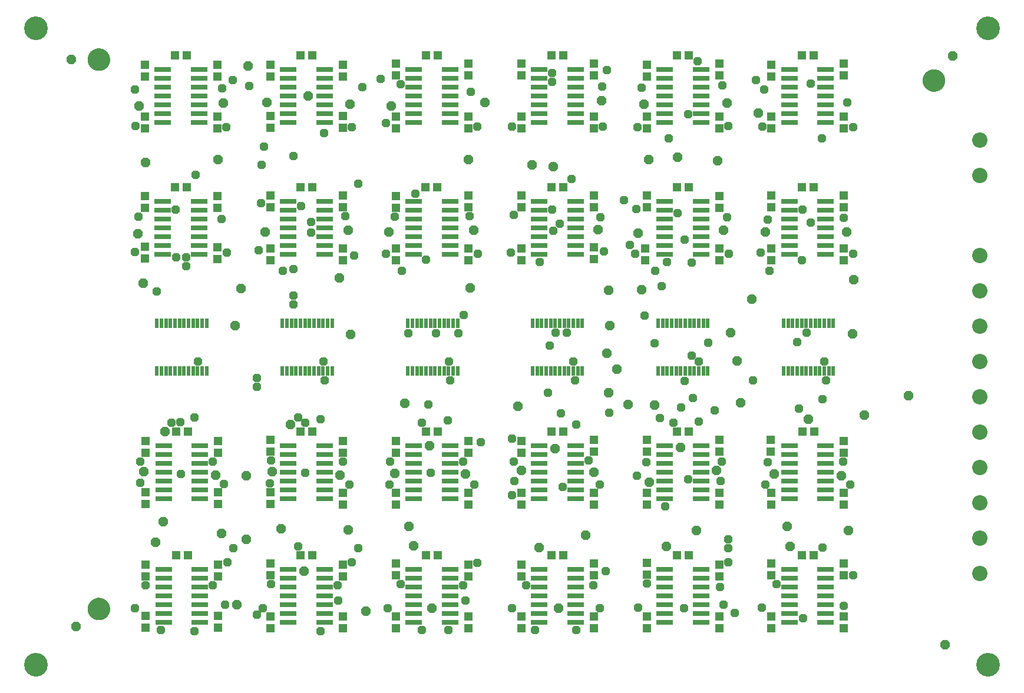
<source format=gbs>
G75*
%MOIN*%
%OFA0B0*%
%FSLAX25Y25*%
%IPPOS*%
%LPD*%
%AMOC8*
5,1,8,0,0,1.08239X$1,22.5*
%
%ADD10C,0.13398*%
%ADD11R,0.02375X0.05524*%
%ADD12C,0.08674*%
%ADD13R,0.09461X0.03162*%
%ADD14R,0.05131X0.04737*%
%ADD15C,0.08600*%
%ADD16C,0.04800*%
%ADD17OC8,0.05550*%
%ADD18OC8,0.04800*%
D10*
X0083225Y0065052D03*
X0621650Y0065052D03*
X0621650Y0425209D03*
X0083225Y0425209D03*
D11*
X0151524Y0258328D03*
X0154083Y0258328D03*
X0156643Y0258328D03*
X0159202Y0258328D03*
X0161761Y0258328D03*
X0164320Y0258328D03*
X0166879Y0258328D03*
X0169438Y0258328D03*
X0171997Y0258328D03*
X0174556Y0258328D03*
X0177115Y0258328D03*
X0179674Y0258328D03*
X0179674Y0231398D03*
X0177115Y0231398D03*
X0174556Y0231398D03*
X0171997Y0231398D03*
X0169438Y0231398D03*
X0166879Y0231398D03*
X0164320Y0231398D03*
X0161761Y0231398D03*
X0159202Y0231398D03*
X0156643Y0231398D03*
X0154083Y0231398D03*
X0151524Y0231398D03*
X0222524Y0231398D03*
X0225083Y0231398D03*
X0227643Y0231398D03*
X0230202Y0231398D03*
X0232761Y0231398D03*
X0235320Y0231398D03*
X0237879Y0231398D03*
X0240438Y0231398D03*
X0242997Y0231398D03*
X0245556Y0231398D03*
X0248115Y0231398D03*
X0250674Y0231398D03*
X0250674Y0258328D03*
X0248115Y0258328D03*
X0245556Y0258328D03*
X0242997Y0258328D03*
X0240438Y0258328D03*
X0237879Y0258328D03*
X0235320Y0258328D03*
X0232761Y0258328D03*
X0230202Y0258328D03*
X0227643Y0258328D03*
X0225083Y0258328D03*
X0222524Y0258328D03*
X0293524Y0258328D03*
X0296083Y0258328D03*
X0298643Y0258328D03*
X0301202Y0258328D03*
X0303761Y0258328D03*
X0306320Y0258328D03*
X0308879Y0258328D03*
X0311438Y0258328D03*
X0313997Y0258328D03*
X0316556Y0258328D03*
X0319115Y0258328D03*
X0321674Y0258328D03*
X0321674Y0231398D03*
X0319115Y0231398D03*
X0316556Y0231398D03*
X0313997Y0231398D03*
X0311438Y0231398D03*
X0308879Y0231398D03*
X0306320Y0231398D03*
X0303761Y0231398D03*
X0301202Y0231398D03*
X0298643Y0231398D03*
X0296083Y0231398D03*
X0293524Y0231398D03*
X0364024Y0231398D03*
X0366583Y0231398D03*
X0369143Y0231398D03*
X0371702Y0231398D03*
X0374261Y0231398D03*
X0376820Y0231398D03*
X0379379Y0231398D03*
X0381938Y0231398D03*
X0384497Y0231398D03*
X0387056Y0231398D03*
X0389615Y0231398D03*
X0392174Y0231398D03*
X0392174Y0258328D03*
X0389615Y0258328D03*
X0387056Y0258328D03*
X0384497Y0258328D03*
X0381938Y0258328D03*
X0379379Y0258328D03*
X0376820Y0258328D03*
X0374261Y0258328D03*
X0371702Y0258328D03*
X0369143Y0258328D03*
X0366583Y0258328D03*
X0364024Y0258328D03*
X0435024Y0258328D03*
X0437583Y0258328D03*
X0440143Y0258328D03*
X0442702Y0258328D03*
X0445261Y0258328D03*
X0447820Y0258328D03*
X0450379Y0258328D03*
X0452938Y0258328D03*
X0455497Y0258328D03*
X0458056Y0258328D03*
X0460615Y0258328D03*
X0463174Y0258328D03*
X0463174Y0231398D03*
X0460615Y0231398D03*
X0458056Y0231398D03*
X0455497Y0231398D03*
X0452938Y0231398D03*
X0450379Y0231398D03*
X0447820Y0231398D03*
X0445261Y0231398D03*
X0442702Y0231398D03*
X0440143Y0231398D03*
X0437583Y0231398D03*
X0435024Y0231398D03*
X0506024Y0231398D03*
X0508583Y0231398D03*
X0511143Y0231398D03*
X0513702Y0231398D03*
X0516261Y0231398D03*
X0518820Y0231398D03*
X0521379Y0231398D03*
X0523938Y0231398D03*
X0526497Y0231398D03*
X0529056Y0231398D03*
X0531615Y0231398D03*
X0534174Y0231398D03*
X0534174Y0258328D03*
X0531615Y0258328D03*
X0529056Y0258328D03*
X0526497Y0258328D03*
X0523938Y0258328D03*
X0521379Y0258328D03*
X0518820Y0258328D03*
X0516261Y0258328D03*
X0513702Y0258328D03*
X0511143Y0258328D03*
X0508583Y0258328D03*
X0506024Y0258328D03*
D12*
X0616964Y0256519D03*
X0616964Y0276519D03*
X0616964Y0296519D03*
X0617016Y0342058D03*
X0617016Y0362058D03*
X0616964Y0236519D03*
X0616964Y0216519D03*
X0616964Y0196519D03*
X0616964Y0176519D03*
X0616964Y0156519D03*
X0616964Y0136519D03*
X0616964Y0116519D03*
D13*
X0529835Y0118863D03*
X0529835Y0113863D03*
X0529835Y0108863D03*
X0529835Y0103863D03*
X0529835Y0098863D03*
X0529835Y0093863D03*
X0529835Y0088863D03*
X0509363Y0088863D03*
X0509363Y0093863D03*
X0509363Y0098863D03*
X0509363Y0103863D03*
X0509363Y0108863D03*
X0509363Y0113863D03*
X0509363Y0118863D03*
X0459335Y0118863D03*
X0459335Y0113863D03*
X0459335Y0108863D03*
X0459335Y0103863D03*
X0459335Y0098863D03*
X0459335Y0093863D03*
X0459335Y0088863D03*
X0438863Y0088863D03*
X0438863Y0093863D03*
X0438863Y0098863D03*
X0438863Y0103863D03*
X0438863Y0108863D03*
X0438863Y0113863D03*
X0438863Y0118863D03*
X0388335Y0118863D03*
X0388335Y0113863D03*
X0388335Y0108863D03*
X0388335Y0103863D03*
X0388335Y0098863D03*
X0388335Y0093863D03*
X0388335Y0088863D03*
X0367863Y0088863D03*
X0367863Y0093863D03*
X0367863Y0098863D03*
X0367863Y0103863D03*
X0367863Y0108863D03*
X0367863Y0113863D03*
X0367863Y0118863D03*
X0317335Y0118863D03*
X0317335Y0113863D03*
X0317335Y0108863D03*
X0317335Y0103863D03*
X0317335Y0098863D03*
X0317335Y0093863D03*
X0317335Y0088863D03*
X0296863Y0088863D03*
X0296863Y0093863D03*
X0296863Y0098863D03*
X0296863Y0103863D03*
X0296863Y0108863D03*
X0296863Y0113863D03*
X0296863Y0118863D03*
X0246335Y0118863D03*
X0246335Y0113863D03*
X0246335Y0108863D03*
X0246335Y0103863D03*
X0246335Y0098863D03*
X0246335Y0093863D03*
X0246335Y0088863D03*
X0225863Y0088863D03*
X0225863Y0093863D03*
X0225863Y0098863D03*
X0225863Y0103863D03*
X0225863Y0108863D03*
X0225863Y0113863D03*
X0225863Y0118863D03*
X0175835Y0118863D03*
X0175835Y0113863D03*
X0175835Y0108863D03*
X0175835Y0103863D03*
X0175835Y0098863D03*
X0175835Y0093863D03*
X0175835Y0088863D03*
X0155363Y0088863D03*
X0155363Y0093863D03*
X0155363Y0098863D03*
X0155363Y0103863D03*
X0155363Y0108863D03*
X0155363Y0113863D03*
X0155363Y0118863D03*
X0155363Y0158863D03*
X0155363Y0163863D03*
X0155363Y0168863D03*
X0155363Y0173863D03*
X0155363Y0178863D03*
X0155363Y0183863D03*
X0155363Y0188863D03*
X0175835Y0188863D03*
X0175835Y0183863D03*
X0175835Y0178863D03*
X0175835Y0173863D03*
X0175835Y0168863D03*
X0175835Y0163863D03*
X0175835Y0158863D03*
X0225863Y0158863D03*
X0225863Y0163863D03*
X0225863Y0168863D03*
X0225863Y0173863D03*
X0225863Y0178863D03*
X0225863Y0183863D03*
X0225863Y0188863D03*
X0246335Y0188863D03*
X0246335Y0183863D03*
X0246335Y0178863D03*
X0246335Y0173863D03*
X0246335Y0168863D03*
X0246335Y0163863D03*
X0246335Y0158863D03*
X0296863Y0158863D03*
X0296863Y0163863D03*
X0296863Y0168863D03*
X0296863Y0173863D03*
X0296863Y0178863D03*
X0296863Y0183863D03*
X0296863Y0188863D03*
X0317335Y0188863D03*
X0317335Y0183863D03*
X0317335Y0178863D03*
X0317335Y0173863D03*
X0317335Y0168863D03*
X0317335Y0163863D03*
X0317335Y0158863D03*
X0367863Y0158863D03*
X0367863Y0163863D03*
X0367863Y0168863D03*
X0367863Y0173863D03*
X0367863Y0178863D03*
X0367863Y0183863D03*
X0367863Y0188863D03*
X0388335Y0188863D03*
X0388335Y0183863D03*
X0388335Y0178863D03*
X0388335Y0173863D03*
X0388335Y0168863D03*
X0388335Y0163863D03*
X0388335Y0158863D03*
X0438863Y0158863D03*
X0438863Y0163863D03*
X0438863Y0168863D03*
X0438863Y0173863D03*
X0438863Y0178863D03*
X0438863Y0183863D03*
X0438863Y0188863D03*
X0459335Y0188863D03*
X0459335Y0183863D03*
X0459335Y0178863D03*
X0459335Y0173863D03*
X0459335Y0168863D03*
X0459335Y0163863D03*
X0459335Y0158863D03*
X0509363Y0158863D03*
X0509363Y0163863D03*
X0509363Y0168863D03*
X0509363Y0173863D03*
X0509363Y0178863D03*
X0509363Y0183863D03*
X0509363Y0188863D03*
X0529835Y0188863D03*
X0529835Y0183863D03*
X0529835Y0178863D03*
X0529835Y0173863D03*
X0529835Y0168863D03*
X0529835Y0163863D03*
X0529835Y0158863D03*
X0529835Y0297363D03*
X0529835Y0302363D03*
X0529835Y0307363D03*
X0529835Y0312363D03*
X0529835Y0317363D03*
X0529835Y0322363D03*
X0529835Y0327363D03*
X0509363Y0327363D03*
X0509363Y0322363D03*
X0509363Y0317363D03*
X0509363Y0312363D03*
X0509363Y0307363D03*
X0509363Y0302363D03*
X0509363Y0297363D03*
X0459335Y0297363D03*
X0459335Y0302363D03*
X0459335Y0307363D03*
X0459335Y0312363D03*
X0459335Y0317363D03*
X0459335Y0322363D03*
X0459335Y0327363D03*
X0438863Y0327363D03*
X0438863Y0322363D03*
X0438863Y0317363D03*
X0438863Y0312363D03*
X0438863Y0307363D03*
X0438863Y0302363D03*
X0438863Y0297363D03*
X0388335Y0297363D03*
X0388335Y0302363D03*
X0388335Y0307363D03*
X0388335Y0312363D03*
X0388335Y0317363D03*
X0388335Y0322363D03*
X0388335Y0327363D03*
X0367863Y0327363D03*
X0367863Y0322363D03*
X0367863Y0317363D03*
X0367863Y0312363D03*
X0367863Y0307363D03*
X0367863Y0302363D03*
X0367863Y0297363D03*
X0317335Y0297363D03*
X0317335Y0302363D03*
X0317335Y0307363D03*
X0317335Y0312363D03*
X0317335Y0317363D03*
X0317335Y0322363D03*
X0317335Y0327363D03*
X0296863Y0327363D03*
X0296863Y0322363D03*
X0296863Y0317363D03*
X0296863Y0312363D03*
X0296863Y0307363D03*
X0296863Y0302363D03*
X0296863Y0297363D03*
X0246335Y0297363D03*
X0246335Y0302363D03*
X0246335Y0307363D03*
X0246335Y0312363D03*
X0246335Y0317363D03*
X0246335Y0322363D03*
X0246335Y0327363D03*
X0225863Y0327363D03*
X0225863Y0322363D03*
X0225863Y0317363D03*
X0225863Y0312363D03*
X0225863Y0307363D03*
X0225863Y0302363D03*
X0225863Y0297363D03*
X0175335Y0297363D03*
X0175335Y0302363D03*
X0175335Y0307363D03*
X0175335Y0312363D03*
X0175335Y0317363D03*
X0175335Y0322363D03*
X0175335Y0327363D03*
X0154863Y0327363D03*
X0154863Y0322363D03*
X0154863Y0317363D03*
X0154863Y0312363D03*
X0154863Y0307363D03*
X0154863Y0302363D03*
X0154863Y0297363D03*
X0154863Y0371863D03*
X0154863Y0376863D03*
X0154863Y0381863D03*
X0154863Y0386863D03*
X0154863Y0391863D03*
X0154863Y0396863D03*
X0154863Y0401863D03*
X0175335Y0401863D03*
X0175335Y0396863D03*
X0175335Y0391863D03*
X0175335Y0386863D03*
X0175335Y0381863D03*
X0175335Y0376863D03*
X0175335Y0371863D03*
X0225863Y0371863D03*
X0225863Y0376863D03*
X0225863Y0381863D03*
X0225863Y0386863D03*
X0225863Y0391863D03*
X0225863Y0396863D03*
X0225863Y0401863D03*
X0246335Y0401863D03*
X0246335Y0396863D03*
X0246335Y0391863D03*
X0246335Y0386863D03*
X0246335Y0381863D03*
X0246335Y0376863D03*
X0246335Y0371863D03*
X0296863Y0371863D03*
X0296863Y0376863D03*
X0296863Y0381863D03*
X0296863Y0386863D03*
X0296863Y0391863D03*
X0296863Y0396863D03*
X0296863Y0401863D03*
X0317335Y0401863D03*
X0317335Y0396863D03*
X0317335Y0391863D03*
X0317335Y0386863D03*
X0317335Y0381863D03*
X0317335Y0376863D03*
X0317335Y0371863D03*
X0367863Y0371863D03*
X0367863Y0376863D03*
X0367863Y0381863D03*
X0367863Y0386863D03*
X0367863Y0391863D03*
X0367863Y0396863D03*
X0367863Y0401863D03*
X0388335Y0401863D03*
X0388335Y0396863D03*
X0388335Y0391863D03*
X0388335Y0386863D03*
X0388335Y0381863D03*
X0388335Y0376863D03*
X0388335Y0371863D03*
X0438863Y0371863D03*
X0438863Y0376863D03*
X0438863Y0381863D03*
X0438863Y0386863D03*
X0438863Y0391863D03*
X0438863Y0396863D03*
X0438863Y0401863D03*
X0459335Y0401863D03*
X0459335Y0396863D03*
X0459335Y0391863D03*
X0459335Y0386863D03*
X0459335Y0381863D03*
X0459335Y0376863D03*
X0459335Y0371863D03*
X0509363Y0371863D03*
X0509363Y0376863D03*
X0509363Y0381863D03*
X0509363Y0386863D03*
X0509363Y0391863D03*
X0509363Y0396863D03*
X0509363Y0401863D03*
X0529835Y0401863D03*
X0529835Y0396863D03*
X0529835Y0391863D03*
X0529835Y0386863D03*
X0529835Y0381863D03*
X0529835Y0376863D03*
X0529835Y0371863D03*
D14*
X0540099Y0375209D03*
X0540099Y0368517D03*
X0499099Y0368517D03*
X0499099Y0375209D03*
X0499099Y0398017D03*
X0499099Y0404709D03*
X0516253Y0409863D03*
X0522946Y0409863D03*
X0540099Y0405209D03*
X0540099Y0398517D03*
X0469599Y0398517D03*
X0469599Y0405209D03*
X0452446Y0409863D03*
X0445753Y0409863D03*
X0428599Y0404709D03*
X0428599Y0398017D03*
X0398599Y0398517D03*
X0398599Y0405209D03*
X0381446Y0409863D03*
X0374753Y0409863D03*
X0357599Y0405209D03*
X0357599Y0398517D03*
X0327599Y0398517D03*
X0327599Y0405209D03*
X0310446Y0409863D03*
X0303753Y0409863D03*
X0286599Y0405209D03*
X0286599Y0398517D03*
X0256599Y0398017D03*
X0256599Y0404709D03*
X0239446Y0409863D03*
X0232753Y0409863D03*
X0215599Y0404709D03*
X0215599Y0398017D03*
X0185599Y0398017D03*
X0185599Y0404709D03*
X0168446Y0409863D03*
X0161753Y0409863D03*
X0144599Y0404709D03*
X0144599Y0398017D03*
X0144599Y0375209D03*
X0144599Y0368517D03*
X0185599Y0368517D03*
X0185599Y0375209D03*
X0215599Y0375709D03*
X0215599Y0369017D03*
X0256599Y0369017D03*
X0256599Y0375709D03*
X0286599Y0375209D03*
X0286599Y0368517D03*
X0327599Y0368517D03*
X0327599Y0375209D03*
X0357599Y0375209D03*
X0357599Y0368517D03*
X0398599Y0368517D03*
X0398599Y0375209D03*
X0428599Y0375209D03*
X0428599Y0368517D03*
X0469599Y0368517D03*
X0469599Y0375209D03*
X0452446Y0335363D03*
X0445753Y0335363D03*
X0428599Y0330709D03*
X0428599Y0324017D03*
X0398599Y0324017D03*
X0398599Y0330709D03*
X0381446Y0335363D03*
X0374753Y0335363D03*
X0357599Y0330709D03*
X0357599Y0324017D03*
X0327599Y0324017D03*
X0327599Y0330709D03*
X0309946Y0335363D03*
X0303253Y0335363D03*
X0286599Y0330209D03*
X0286599Y0323517D03*
X0256599Y0324017D03*
X0256599Y0330709D03*
X0239446Y0335363D03*
X0232753Y0335363D03*
X0215599Y0330709D03*
X0215599Y0324017D03*
X0185599Y0323517D03*
X0185599Y0330209D03*
X0168446Y0335363D03*
X0161753Y0335363D03*
X0144599Y0330209D03*
X0144599Y0323517D03*
X0144599Y0301709D03*
X0144599Y0295017D03*
X0185599Y0294517D03*
X0185599Y0301209D03*
X0215599Y0300709D03*
X0215599Y0294017D03*
X0256599Y0294017D03*
X0256599Y0300709D03*
X0286599Y0300709D03*
X0286599Y0294017D03*
X0327599Y0294017D03*
X0327599Y0300709D03*
X0357599Y0300709D03*
X0357599Y0294017D03*
X0398599Y0294517D03*
X0398599Y0301209D03*
X0427599Y0300709D03*
X0427599Y0294017D03*
X0469599Y0294017D03*
X0469599Y0300709D03*
X0469599Y0323517D03*
X0469599Y0330209D03*
X0499099Y0330709D03*
X0499099Y0324017D03*
X0516253Y0335363D03*
X0522946Y0335363D03*
X0540099Y0330709D03*
X0540099Y0324017D03*
X0540099Y0300709D03*
X0540099Y0294017D03*
X0499099Y0294017D03*
X0499099Y0300709D03*
X0516753Y0196863D03*
X0523446Y0196863D03*
X0540099Y0191709D03*
X0540099Y0185017D03*
X0540099Y0162209D03*
X0540099Y0155517D03*
X0499099Y0155517D03*
X0499099Y0162209D03*
X0498599Y0185517D03*
X0498599Y0192209D03*
X0469599Y0192209D03*
X0469599Y0185517D03*
X0452446Y0196863D03*
X0445753Y0196863D03*
X0428599Y0192209D03*
X0428599Y0185517D03*
X0398599Y0185517D03*
X0398599Y0192209D03*
X0381446Y0196863D03*
X0374753Y0196863D03*
X0357599Y0191709D03*
X0357599Y0185017D03*
X0327599Y0185017D03*
X0327599Y0191709D03*
X0310446Y0196863D03*
X0303753Y0196863D03*
X0286599Y0191709D03*
X0286599Y0185017D03*
X0256599Y0185017D03*
X0256599Y0191709D03*
X0239446Y0196863D03*
X0232753Y0196863D03*
X0215599Y0192209D03*
X0215599Y0185517D03*
X0186099Y0185017D03*
X0186099Y0191709D03*
X0168946Y0196863D03*
X0162253Y0196863D03*
X0145099Y0191709D03*
X0145099Y0185017D03*
X0145099Y0162709D03*
X0145099Y0156017D03*
X0186099Y0156017D03*
X0186099Y0162709D03*
X0215599Y0162709D03*
X0215599Y0156017D03*
X0256599Y0155517D03*
X0256599Y0162209D03*
X0286599Y0162209D03*
X0286599Y0155517D03*
X0327599Y0155517D03*
X0327599Y0162209D03*
X0357599Y0162209D03*
X0357599Y0155517D03*
X0398599Y0155517D03*
X0398599Y0162209D03*
X0428599Y0162209D03*
X0428599Y0155517D03*
X0469599Y0155517D03*
X0469599Y0162209D03*
X0452446Y0126863D03*
X0445753Y0126863D03*
X0428599Y0122709D03*
X0428599Y0116017D03*
X0398599Y0115517D03*
X0398599Y0122209D03*
X0381446Y0126863D03*
X0374753Y0126863D03*
X0357599Y0121709D03*
X0357599Y0115017D03*
X0327599Y0115017D03*
X0327599Y0121709D03*
X0310446Y0126863D03*
X0303753Y0126863D03*
X0286599Y0122209D03*
X0286599Y0115517D03*
X0256599Y0115017D03*
X0256599Y0121709D03*
X0239446Y0126863D03*
X0232753Y0126863D03*
X0215599Y0122209D03*
X0215599Y0115517D03*
X0186099Y0115017D03*
X0186099Y0121709D03*
X0168946Y0126863D03*
X0162253Y0126863D03*
X0145099Y0121709D03*
X0145099Y0115017D03*
X0145099Y0092709D03*
X0145099Y0086017D03*
X0186099Y0086017D03*
X0186099Y0092709D03*
X0215599Y0092209D03*
X0215599Y0085517D03*
X0256599Y0085517D03*
X0256599Y0092209D03*
X0286599Y0092209D03*
X0286599Y0085517D03*
X0327599Y0085517D03*
X0327599Y0092209D03*
X0357599Y0092209D03*
X0357599Y0085517D03*
X0398599Y0085517D03*
X0398599Y0092209D03*
X0428599Y0092209D03*
X0428599Y0085517D03*
X0469599Y0085517D03*
X0469599Y0092209D03*
X0469599Y0115017D03*
X0469599Y0121709D03*
X0499099Y0122209D03*
X0499099Y0115517D03*
X0516253Y0126863D03*
X0522946Y0126863D03*
X0540099Y0122209D03*
X0540099Y0115517D03*
X0540099Y0092209D03*
X0540099Y0085517D03*
X0499099Y0085517D03*
X0499099Y0092209D03*
D15*
X0116689Y0096548D02*
X0116691Y0096636D01*
X0116697Y0096724D01*
X0116707Y0096812D01*
X0116721Y0096900D01*
X0116738Y0096986D01*
X0116760Y0097072D01*
X0116785Y0097156D01*
X0116815Y0097240D01*
X0116847Y0097322D01*
X0116884Y0097402D01*
X0116924Y0097481D01*
X0116968Y0097558D01*
X0117015Y0097633D01*
X0117065Y0097705D01*
X0117119Y0097776D01*
X0117175Y0097843D01*
X0117235Y0097909D01*
X0117297Y0097971D01*
X0117363Y0098031D01*
X0117430Y0098087D01*
X0117501Y0098141D01*
X0117573Y0098191D01*
X0117648Y0098238D01*
X0117725Y0098282D01*
X0117804Y0098322D01*
X0117884Y0098359D01*
X0117966Y0098391D01*
X0118050Y0098421D01*
X0118134Y0098446D01*
X0118220Y0098468D01*
X0118306Y0098485D01*
X0118394Y0098499D01*
X0118482Y0098509D01*
X0118570Y0098515D01*
X0118658Y0098517D01*
X0118746Y0098515D01*
X0118834Y0098509D01*
X0118922Y0098499D01*
X0119010Y0098485D01*
X0119096Y0098468D01*
X0119182Y0098446D01*
X0119266Y0098421D01*
X0119350Y0098391D01*
X0119432Y0098359D01*
X0119512Y0098322D01*
X0119591Y0098282D01*
X0119668Y0098238D01*
X0119743Y0098191D01*
X0119815Y0098141D01*
X0119886Y0098087D01*
X0119953Y0098031D01*
X0120019Y0097971D01*
X0120081Y0097909D01*
X0120141Y0097843D01*
X0120197Y0097776D01*
X0120251Y0097705D01*
X0120301Y0097633D01*
X0120348Y0097558D01*
X0120392Y0097481D01*
X0120432Y0097402D01*
X0120469Y0097322D01*
X0120501Y0097240D01*
X0120531Y0097156D01*
X0120556Y0097072D01*
X0120578Y0096986D01*
X0120595Y0096900D01*
X0120609Y0096812D01*
X0120619Y0096724D01*
X0120625Y0096636D01*
X0120627Y0096548D01*
X0120625Y0096460D01*
X0120619Y0096372D01*
X0120609Y0096284D01*
X0120595Y0096196D01*
X0120578Y0096110D01*
X0120556Y0096024D01*
X0120531Y0095940D01*
X0120501Y0095856D01*
X0120469Y0095774D01*
X0120432Y0095694D01*
X0120392Y0095615D01*
X0120348Y0095538D01*
X0120301Y0095463D01*
X0120251Y0095391D01*
X0120197Y0095320D01*
X0120141Y0095253D01*
X0120081Y0095187D01*
X0120019Y0095125D01*
X0119953Y0095065D01*
X0119886Y0095009D01*
X0119815Y0094955D01*
X0119743Y0094905D01*
X0119668Y0094858D01*
X0119591Y0094814D01*
X0119512Y0094774D01*
X0119432Y0094737D01*
X0119350Y0094705D01*
X0119266Y0094675D01*
X0119182Y0094650D01*
X0119096Y0094628D01*
X0119010Y0094611D01*
X0118922Y0094597D01*
X0118834Y0094587D01*
X0118746Y0094581D01*
X0118658Y0094579D01*
X0118570Y0094581D01*
X0118482Y0094587D01*
X0118394Y0094597D01*
X0118306Y0094611D01*
X0118220Y0094628D01*
X0118134Y0094650D01*
X0118050Y0094675D01*
X0117966Y0094705D01*
X0117884Y0094737D01*
X0117804Y0094774D01*
X0117725Y0094814D01*
X0117648Y0094858D01*
X0117573Y0094905D01*
X0117501Y0094955D01*
X0117430Y0095009D01*
X0117363Y0095065D01*
X0117297Y0095125D01*
X0117235Y0095187D01*
X0117175Y0095253D01*
X0117119Y0095320D01*
X0117065Y0095391D01*
X0117015Y0095463D01*
X0116968Y0095538D01*
X0116924Y0095615D01*
X0116884Y0095694D01*
X0116847Y0095774D01*
X0116815Y0095856D01*
X0116785Y0095940D01*
X0116760Y0096024D01*
X0116738Y0096110D01*
X0116721Y0096196D01*
X0116707Y0096284D01*
X0116697Y0096372D01*
X0116691Y0096460D01*
X0116689Y0096548D01*
X0116689Y0407572D02*
X0116691Y0407660D01*
X0116697Y0407748D01*
X0116707Y0407836D01*
X0116721Y0407924D01*
X0116738Y0408010D01*
X0116760Y0408096D01*
X0116785Y0408180D01*
X0116815Y0408264D01*
X0116847Y0408346D01*
X0116884Y0408426D01*
X0116924Y0408505D01*
X0116968Y0408582D01*
X0117015Y0408657D01*
X0117065Y0408729D01*
X0117119Y0408800D01*
X0117175Y0408867D01*
X0117235Y0408933D01*
X0117297Y0408995D01*
X0117363Y0409055D01*
X0117430Y0409111D01*
X0117501Y0409165D01*
X0117573Y0409215D01*
X0117648Y0409262D01*
X0117725Y0409306D01*
X0117804Y0409346D01*
X0117884Y0409383D01*
X0117966Y0409415D01*
X0118050Y0409445D01*
X0118134Y0409470D01*
X0118220Y0409492D01*
X0118306Y0409509D01*
X0118394Y0409523D01*
X0118482Y0409533D01*
X0118570Y0409539D01*
X0118658Y0409541D01*
X0118746Y0409539D01*
X0118834Y0409533D01*
X0118922Y0409523D01*
X0119010Y0409509D01*
X0119096Y0409492D01*
X0119182Y0409470D01*
X0119266Y0409445D01*
X0119350Y0409415D01*
X0119432Y0409383D01*
X0119512Y0409346D01*
X0119591Y0409306D01*
X0119668Y0409262D01*
X0119743Y0409215D01*
X0119815Y0409165D01*
X0119886Y0409111D01*
X0119953Y0409055D01*
X0120019Y0408995D01*
X0120081Y0408933D01*
X0120141Y0408867D01*
X0120197Y0408800D01*
X0120251Y0408729D01*
X0120301Y0408657D01*
X0120348Y0408582D01*
X0120392Y0408505D01*
X0120432Y0408426D01*
X0120469Y0408346D01*
X0120501Y0408264D01*
X0120531Y0408180D01*
X0120556Y0408096D01*
X0120578Y0408010D01*
X0120595Y0407924D01*
X0120609Y0407836D01*
X0120619Y0407748D01*
X0120625Y0407660D01*
X0120627Y0407572D01*
X0120625Y0407484D01*
X0120619Y0407396D01*
X0120609Y0407308D01*
X0120595Y0407220D01*
X0120578Y0407134D01*
X0120556Y0407048D01*
X0120531Y0406964D01*
X0120501Y0406880D01*
X0120469Y0406798D01*
X0120432Y0406718D01*
X0120392Y0406639D01*
X0120348Y0406562D01*
X0120301Y0406487D01*
X0120251Y0406415D01*
X0120197Y0406344D01*
X0120141Y0406277D01*
X0120081Y0406211D01*
X0120019Y0406149D01*
X0119953Y0406089D01*
X0119886Y0406033D01*
X0119815Y0405979D01*
X0119743Y0405929D01*
X0119668Y0405882D01*
X0119591Y0405838D01*
X0119512Y0405798D01*
X0119432Y0405761D01*
X0119350Y0405729D01*
X0119266Y0405699D01*
X0119182Y0405674D01*
X0119096Y0405652D01*
X0119010Y0405635D01*
X0118922Y0405621D01*
X0118834Y0405611D01*
X0118746Y0405605D01*
X0118658Y0405603D01*
X0118570Y0405605D01*
X0118482Y0405611D01*
X0118394Y0405621D01*
X0118306Y0405635D01*
X0118220Y0405652D01*
X0118134Y0405674D01*
X0118050Y0405699D01*
X0117966Y0405729D01*
X0117884Y0405761D01*
X0117804Y0405798D01*
X0117725Y0405838D01*
X0117648Y0405882D01*
X0117573Y0405929D01*
X0117501Y0405979D01*
X0117430Y0406033D01*
X0117363Y0406089D01*
X0117297Y0406149D01*
X0117235Y0406211D01*
X0117175Y0406277D01*
X0117119Y0406344D01*
X0117065Y0406415D01*
X0117015Y0406487D01*
X0116968Y0406562D01*
X0116924Y0406639D01*
X0116884Y0406718D01*
X0116847Y0406798D01*
X0116815Y0406880D01*
X0116785Y0406964D01*
X0116760Y0407048D01*
X0116738Y0407134D01*
X0116721Y0407220D01*
X0116707Y0407308D01*
X0116697Y0407396D01*
X0116691Y0407484D01*
X0116689Y0407572D01*
X0589130Y0395761D02*
X0589132Y0395849D01*
X0589138Y0395937D01*
X0589148Y0396025D01*
X0589162Y0396113D01*
X0589179Y0396199D01*
X0589201Y0396285D01*
X0589226Y0396369D01*
X0589256Y0396453D01*
X0589288Y0396535D01*
X0589325Y0396615D01*
X0589365Y0396694D01*
X0589409Y0396771D01*
X0589456Y0396846D01*
X0589506Y0396918D01*
X0589560Y0396989D01*
X0589616Y0397056D01*
X0589676Y0397122D01*
X0589738Y0397184D01*
X0589804Y0397244D01*
X0589871Y0397300D01*
X0589942Y0397354D01*
X0590014Y0397404D01*
X0590089Y0397451D01*
X0590166Y0397495D01*
X0590245Y0397535D01*
X0590325Y0397572D01*
X0590407Y0397604D01*
X0590491Y0397634D01*
X0590575Y0397659D01*
X0590661Y0397681D01*
X0590747Y0397698D01*
X0590835Y0397712D01*
X0590923Y0397722D01*
X0591011Y0397728D01*
X0591099Y0397730D01*
X0591187Y0397728D01*
X0591275Y0397722D01*
X0591363Y0397712D01*
X0591451Y0397698D01*
X0591537Y0397681D01*
X0591623Y0397659D01*
X0591707Y0397634D01*
X0591791Y0397604D01*
X0591873Y0397572D01*
X0591953Y0397535D01*
X0592032Y0397495D01*
X0592109Y0397451D01*
X0592184Y0397404D01*
X0592256Y0397354D01*
X0592327Y0397300D01*
X0592394Y0397244D01*
X0592460Y0397184D01*
X0592522Y0397122D01*
X0592582Y0397056D01*
X0592638Y0396989D01*
X0592692Y0396918D01*
X0592742Y0396846D01*
X0592789Y0396771D01*
X0592833Y0396694D01*
X0592873Y0396615D01*
X0592910Y0396535D01*
X0592942Y0396453D01*
X0592972Y0396369D01*
X0592997Y0396285D01*
X0593019Y0396199D01*
X0593036Y0396113D01*
X0593050Y0396025D01*
X0593060Y0395937D01*
X0593066Y0395849D01*
X0593068Y0395761D01*
X0593066Y0395673D01*
X0593060Y0395585D01*
X0593050Y0395497D01*
X0593036Y0395409D01*
X0593019Y0395323D01*
X0592997Y0395237D01*
X0592972Y0395153D01*
X0592942Y0395069D01*
X0592910Y0394987D01*
X0592873Y0394907D01*
X0592833Y0394828D01*
X0592789Y0394751D01*
X0592742Y0394676D01*
X0592692Y0394604D01*
X0592638Y0394533D01*
X0592582Y0394466D01*
X0592522Y0394400D01*
X0592460Y0394338D01*
X0592394Y0394278D01*
X0592327Y0394222D01*
X0592256Y0394168D01*
X0592184Y0394118D01*
X0592109Y0394071D01*
X0592032Y0394027D01*
X0591953Y0393987D01*
X0591873Y0393950D01*
X0591791Y0393918D01*
X0591707Y0393888D01*
X0591623Y0393863D01*
X0591537Y0393841D01*
X0591451Y0393824D01*
X0591363Y0393810D01*
X0591275Y0393800D01*
X0591187Y0393794D01*
X0591099Y0393792D01*
X0591011Y0393794D01*
X0590923Y0393800D01*
X0590835Y0393810D01*
X0590747Y0393824D01*
X0590661Y0393841D01*
X0590575Y0393863D01*
X0590491Y0393888D01*
X0590407Y0393918D01*
X0590325Y0393950D01*
X0590245Y0393987D01*
X0590166Y0394027D01*
X0590089Y0394071D01*
X0590014Y0394118D01*
X0589942Y0394168D01*
X0589871Y0394222D01*
X0589804Y0394278D01*
X0589738Y0394338D01*
X0589676Y0394400D01*
X0589616Y0394466D01*
X0589560Y0394533D01*
X0589506Y0394604D01*
X0589456Y0394676D01*
X0589409Y0394751D01*
X0589365Y0394828D01*
X0589325Y0394907D01*
X0589288Y0394987D01*
X0589256Y0395069D01*
X0589226Y0395153D01*
X0589201Y0395237D01*
X0589179Y0395323D01*
X0589162Y0395409D01*
X0589148Y0395497D01*
X0589138Y0395585D01*
X0589132Y0395673D01*
X0589130Y0395761D01*
D16*
X0591099Y0395761D03*
X0118658Y0407572D03*
X0118658Y0096548D03*
D17*
X0105614Y0086841D03*
X0150599Y0134363D03*
X0155099Y0145863D03*
X0188099Y0139363D03*
X0202099Y0135863D03*
X0221599Y0141863D03*
X0259599Y0141363D03*
X0234599Y0117863D03*
X0269599Y0095363D03*
X0307099Y0096863D03*
X0296599Y0132363D03*
X0294099Y0143363D03*
X0286099Y0173363D03*
X0305599Y0188863D03*
X0326099Y0172863D03*
X0357599Y0174863D03*
X0376599Y0187363D03*
X0398599Y0173863D03*
X0430099Y0168363D03*
X0447599Y0187863D03*
X0468099Y0174863D03*
X0500599Y0172863D03*
X0538599Y0171863D03*
X0508099Y0143363D03*
X0509599Y0131863D03*
X0542599Y0140863D03*
X0456599Y0140863D03*
X0439599Y0131863D03*
X0394099Y0138363D03*
X0367599Y0131363D03*
X0378599Y0096863D03*
X0255099Y0172363D03*
X0216599Y0174363D03*
X0202099Y0171863D03*
X0184599Y0172363D03*
X0156099Y0196863D03*
X0144099Y0174363D03*
X0227099Y0200863D03*
X0291599Y0212863D03*
X0261099Y0251863D03*
X0254599Y0283863D03*
X0282599Y0309863D03*
X0259599Y0310863D03*
X0212599Y0309863D03*
X0199099Y0277863D03*
X0195599Y0256863D03*
X0143599Y0280863D03*
X0140599Y0308863D03*
X0145099Y0349363D03*
X0186099Y0350863D03*
X0189099Y0382863D03*
X0213599Y0383363D03*
X0237099Y0386863D03*
X0260599Y0382363D03*
X0284099Y0381363D03*
X0337099Y0383363D03*
X0327599Y0350863D03*
X0363599Y0347863D03*
X0375599Y0346863D03*
X0401099Y0311363D03*
X0423599Y0309363D03*
X0425599Y0277363D03*
X0407099Y0276863D03*
X0407599Y0256863D03*
X0406099Y0241363D03*
X0411599Y0232363D03*
X0407099Y0218863D03*
X0418099Y0212363D03*
X0433099Y0211863D03*
X0481599Y0213363D03*
X0479599Y0236863D03*
X0476099Y0252863D03*
X0488099Y0271863D03*
X0495599Y0309863D03*
X0472099Y0310863D03*
X0468599Y0350363D03*
X0446099Y0352363D03*
X0429599Y0350863D03*
X0427099Y0382363D03*
X0403099Y0384363D03*
X0474099Y0382863D03*
X0491599Y0377363D03*
X0541599Y0309863D03*
X0545599Y0282863D03*
X0545099Y0252363D03*
X0576699Y0217226D03*
X0551599Y0206363D03*
X0520099Y0203863D03*
X0355599Y0211363D03*
X0328599Y0278363D03*
X0330599Y0310863D03*
X0203099Y0403863D03*
X0141531Y0381485D03*
X0103202Y0407515D03*
X0196599Y0098863D03*
X0597378Y0076363D03*
X0601631Y0409548D03*
D18*
X0541899Y0383363D03*
X0545299Y0369363D03*
X0527699Y0362963D03*
X0493899Y0369763D03*
X0474799Y0369863D03*
X0451999Y0376563D03*
X0440999Y0362963D03*
X0423399Y0369463D03*
X0403799Y0369663D03*
X0403399Y0392363D03*
X0405999Y0401563D03*
X0425699Y0391663D03*
X0457499Y0406763D03*
X0471399Y0392863D03*
X0490399Y0395863D03*
X0495199Y0390663D03*
X0521399Y0393963D03*
X0415699Y0328063D03*
X0422699Y0322963D03*
X0402399Y0318363D03*
X0419199Y0302563D03*
X0422199Y0297763D03*
X0433399Y0288063D03*
X0440199Y0293163D03*
X0454199Y0292763D03*
X0450199Y0305563D03*
X0474999Y0297763D03*
X0493199Y0298263D03*
X0498199Y0288063D03*
X0516299Y0294063D03*
X0545499Y0297763D03*
X0539899Y0317863D03*
X0521399Y0315263D03*
X0516699Y0322663D03*
X0497199Y0317163D03*
X0473899Y0318363D03*
X0446199Y0320563D03*
X0404499Y0298963D03*
X0379399Y0314763D03*
X0375699Y0310563D03*
X0375199Y0322663D03*
X0353399Y0319663D03*
X0328399Y0318863D03*
X0332999Y0297763D03*
X0351699Y0298263D03*
X0368199Y0293163D03*
X0324899Y0263063D03*
X0322199Y0252563D03*
X0309299Y0252563D03*
X0293599Y0252563D03*
X0316599Y0236763D03*
X0317499Y0225963D03*
X0304899Y0212363D03*
X0301299Y0201863D03*
X0315999Y0203363D03*
X0334699Y0190963D03*
X0324799Y0180063D03*
X0331199Y0166863D03*
X0352399Y0160863D03*
X0353699Y0169063D03*
X0353399Y0180063D03*
X0352399Y0192863D03*
X0379899Y0207363D03*
X0388699Y0201163D03*
X0407499Y0207663D03*
X0387999Y0225963D03*
X0387099Y0236763D03*
X0373799Y0245763D03*
X0376899Y0252963D03*
X0383299Y0252963D03*
X0427299Y0262663D03*
X0432999Y0246963D03*
X0454199Y0239963D03*
X0458099Y0236763D03*
X0450199Y0225763D03*
X0454599Y0216063D03*
X0447999Y0210563D03*
X0443599Y0201863D03*
X0436099Y0204663D03*
X0458099Y0202563D03*
X0467199Y0209063D03*
X0488599Y0225963D03*
X0514599Y0209863D03*
X0527899Y0215263D03*
X0529999Y0225963D03*
X0529099Y0236763D03*
X0513799Y0247763D03*
X0518899Y0252963D03*
X0463399Y0247463D03*
X0437199Y0279263D03*
X0385999Y0339963D03*
X0352399Y0369563D03*
X0332799Y0369563D03*
X0328899Y0389363D03*
X0289499Y0393563D03*
X0278199Y0396663D03*
X0267599Y0391863D03*
X0281199Y0371763D03*
X0261799Y0369463D03*
X0246199Y0365963D03*
X0228599Y0352863D03*
X0212199Y0358263D03*
X0210699Y0348163D03*
X0190799Y0369263D03*
X0188399Y0391363D03*
X0194299Y0395863D03*
X0203699Y0392663D03*
X0139199Y0390663D03*
X0139399Y0369963D03*
X0173399Y0342463D03*
X0162199Y0322663D03*
X0140999Y0318563D03*
X0139199Y0298763D03*
X0162299Y0295563D03*
X0167999Y0295763D03*
X0167999Y0290763D03*
X0151499Y0276463D03*
X0190999Y0298263D03*
X0209199Y0299763D03*
X0222599Y0288063D03*
X0228599Y0289063D03*
X0228599Y0274163D03*
X0228599Y0269163D03*
X0245599Y0236763D03*
X0246499Y0225963D03*
X0244118Y0204138D03*
X0235399Y0201863D03*
X0231399Y0204963D03*
X0207999Y0222463D03*
X0207999Y0227463D03*
X0174599Y0236763D03*
X0172631Y0205125D03*
X0164699Y0202263D03*
X0159599Y0201863D03*
X0141899Y0180063D03*
X0142199Y0168063D03*
X0165199Y0173163D03*
X0183199Y0180063D03*
X0189399Y0167463D03*
X0215399Y0167763D03*
X0215999Y0180563D03*
X0235399Y0173563D03*
X0256799Y0180063D03*
X0260299Y0166863D03*
X0283199Y0166963D03*
X0283499Y0180063D03*
X0306399Y0173563D03*
X0265299Y0130863D03*
X0261799Y0122863D03*
X0253799Y0110063D03*
X0253899Y0101363D03*
X0244118Y0083876D03*
X0211512Y0096963D03*
X0207999Y0093263D03*
X0189899Y0098863D03*
X0183199Y0110063D03*
X0191299Y0122863D03*
X0194799Y0130863D03*
X0215999Y0110563D03*
X0231399Y0131863D03*
X0281899Y0096963D03*
X0289499Y0110563D03*
X0324799Y0110063D03*
X0325899Y0101363D03*
X0316499Y0084663D03*
X0301299Y0084663D03*
X0332799Y0122763D03*
X0360399Y0110063D03*
X0352299Y0097063D03*
X0365299Y0084663D03*
X0388699Y0084663D03*
X0401999Y0096963D03*
X0398299Y0110063D03*
X0405499Y0118163D03*
X0428699Y0110963D03*
X0423599Y0097263D03*
X0449699Y0097063D03*
X0470199Y0109063D03*
X0471899Y0098863D03*
X0478299Y0094363D03*
X0493799Y0097263D03*
X0501999Y0110563D03*
X0516899Y0091363D03*
X0539899Y0098363D03*
X0545299Y0115763D03*
X0527899Y0131463D03*
X0543799Y0166863D03*
X0539799Y0180063D03*
X0496999Y0179763D03*
X0495799Y0166963D03*
X0471199Y0180063D03*
X0470399Y0168863D03*
X0451999Y0169963D03*
X0439099Y0154663D03*
X0422899Y0172063D03*
X0428399Y0179563D03*
X0401999Y0166963D03*
X0395799Y0180563D03*
X0380999Y0165663D03*
X0372599Y0219163D03*
X0289999Y0288063D03*
X0281199Y0297763D03*
X0262999Y0296763D03*
X0257899Y0318863D03*
X0238599Y0315563D03*
X0238599Y0309563D03*
X0233199Y0324563D03*
X0210399Y0326363D03*
X0187899Y0317363D03*
X0265299Y0337463D03*
X0286199Y0318663D03*
X0297599Y0331563D03*
X0303699Y0294363D03*
X0375199Y0395063D03*
X0375199Y0400063D03*
X0474799Y0135863D03*
X0474799Y0130863D03*
X0474799Y0122863D03*
X0172631Y0083876D03*
X0153799Y0084663D03*
X0139037Y0096969D03*
X0144899Y0110063D03*
M02*

</source>
